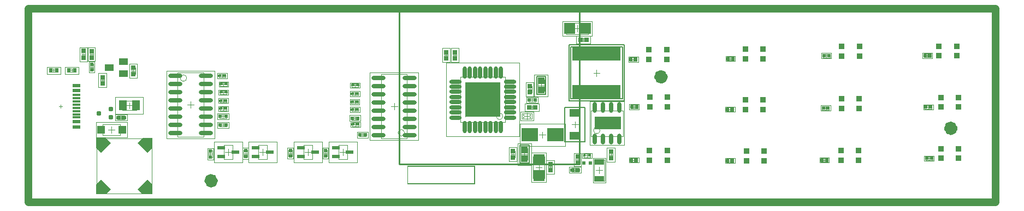
<source format=gtp>
G04*
G04 #@! TF.GenerationSoftware,Altium Limited,CircuitMaker,2.3.0 (2.3.0.3)*
G04*
G04 Layer_Color=7318015*
%FSLAX24Y24*%
%MOIN*%
G70*
G04*
G04 #@! TF.SameCoordinates,AA7B8D70-0D3E-4CF3-8BE1-7DC49EC747D3*
G04*
G04*
G04 #@! TF.FilePolarity,Positive*
G04*
G01*
G75*
%ADD11C,0.0039*%
%ADD13C,0.0100*%
%ADD14C,0.0050*%
%ADD15C,0.0079*%
%ADD16C,0.0059*%
%ADD18C,0.0472*%
%ADD19C,0.0020*%
%ADD20C,0.0433*%
%ADD21R,0.0220X0.0220*%
%ADD22R,0.0283X0.0299*%
%ADD23O,0.0236X0.0669*%
%ADD24R,0.0256X0.0236*%
%ADD25O,0.0236X0.0768*%
%ADD26R,0.0236X0.0276*%
%ADD27R,0.0492X0.0118*%
%ADD28R,0.0197X0.0177*%
%ADD29R,0.0492X0.0610*%
%ADD30R,0.0492X0.0197*%
%ADD31O,0.0768X0.0236*%
%ADD32R,0.0236X0.0276*%
%ADD33R,0.0197X0.0236*%
%ADD34R,0.0236X0.0197*%
%ADD35O,0.0866X0.0236*%
%ADD36R,0.0984X0.0787*%
%ADD37R,0.0394X0.0394*%
%ADD38R,0.0709X0.0650*%
%ADD39R,0.0217X0.0197*%
%ADD40R,0.0256X0.0256*%
%ADD41R,0.0177X0.0177*%
%ADD42R,0.0610X0.0354*%
%ADD43R,0.0374X0.0354*%
%ADD44R,0.0669X0.0512*%
%ADD45R,0.0650X0.0709*%
%ADD46R,0.0299X0.0283*%
%ADD47R,0.2953X0.0866*%
%ADD48P,0.0600X4X270.0*%
%ADD49R,0.0600X0.0600*%
%ADD50P,0.0600X4X360.0*%
%ADD51R,0.0600X0.0600*%
%ADD52C,0.0098*%
G04:AMPARAMS|DCode=53|XSize=23.6mil|YSize=29.5mil|CornerRadius=4.7mil|HoleSize=0mil|Usage=FLASHONLY|Rotation=90.000|XOffset=0mil|YOffset=0mil|HoleType=Round|Shape=RoundedRectangle|*
%AMROUNDEDRECTD53*
21,1,0.0236,0.0201,0,0,90.0*
21,1,0.0142,0.0295,0,0,90.0*
1,1,0.0094,0.0100,0.0071*
1,1,0.0094,0.0100,-0.0071*
1,1,0.0094,-0.0100,-0.0071*
1,1,0.0094,-0.0100,0.0071*
%
%ADD53ROUNDEDRECTD53*%
%ADD54R,0.0500X0.0500*%
%ADD55R,0.0551X0.0394*%
%ADD56R,0.0492X0.0236*%
G36*
X28840Y7335D02*
Y5213D01*
X26722D01*
X26711Y5203D01*
X26700Y5213D01*
Y7335D01*
X28843Y7338D01*
X28840Y7335D01*
D02*
G37*
G36*
X36190Y4471D02*
X34601D01*
Y5228D01*
X36190D01*
Y4471D01*
D02*
G37*
D11*
X4197Y3888D02*
X7544D01*
Y542D02*
Y3888D01*
X4197Y542D02*
X7544D01*
X4197D02*
Y3888D01*
X34911Y4383D02*
G03*
X34911Y4383I-197J0D01*
G01*
X28980Y5249D02*
G03*
X28980Y5249I-197J0D01*
G01*
X22981Y4244D02*
G03*
X22981Y4244I-197J0D01*
G01*
X9686Y7586D02*
G03*
X9686Y7586I-197J0D01*
G01*
X4434Y7248D02*
X4651D01*
X4434Y7661D02*
X4651D01*
X4434Y7248D02*
Y7661D01*
X4651Y7248D02*
Y7661D01*
X36329Y4029D02*
Y5608D01*
X34360Y4029D02*
Y5608D01*
X36329D01*
X34360Y4029D02*
X36329D01*
X19736Y6027D02*
Y6243D01*
X20150Y6027D02*
Y6243D01*
X19736D02*
X20150D01*
X19736Y6027D02*
X20150D01*
X5747Y5628D02*
Y6199D01*
X6613Y5628D02*
Y6199D01*
X5747D02*
X6613D01*
X5747Y5628D02*
X6613D01*
X14065Y2633D02*
Y3499D01*
X14596Y2633D02*
Y3499D01*
X14065D02*
X14596D01*
X14065Y2633D02*
X14596D01*
X27237Y1147D02*
Y2210D01*
X23174D02*
X27237D01*
X23174Y1147D02*
Y2210D01*
Y1147D02*
X27237D01*
X29137Y4894D02*
Y7650D01*
X26381Y4894D02*
Y7650D01*
Y4894D02*
X29137D01*
X26381Y7650D02*
X29137D01*
X1367Y7947D02*
X1780D01*
X1367Y8163D02*
X1780D01*
Y7947D02*
Y8163D01*
X1367Y7947D02*
Y8163D01*
X2469Y8163D02*
X2882D01*
X2469Y7947D02*
X2882D01*
X2469D02*
Y8163D01*
X2882Y7947D02*
Y8163D01*
X19759Y5027D02*
X20172D01*
X19759Y5243D02*
X20172D01*
Y5027D02*
Y5243D01*
X19759Y5027D02*
Y5243D01*
X20219Y4012D02*
X20632D01*
X20219Y4228D02*
X20632D01*
Y4012D02*
Y4228D01*
X20219Y4012D02*
Y4228D01*
X18264Y2781D02*
Y3194D01*
X18047Y2781D02*
Y3194D01*
X18264D01*
X18047Y2781D02*
X18264D01*
X16125Y2794D02*
Y3208D01*
X15908Y2794D02*
Y3208D01*
X16125D01*
X15908Y2794D02*
X16125D01*
X13390Y2772D02*
Y3185D01*
X13173Y2772D02*
Y3185D01*
X13390D01*
X13173Y2772D02*
X13390D01*
X11246Y2739D02*
Y3153D01*
X11029Y2739D02*
Y3153D01*
X11246D01*
X11029Y2739D02*
X11246D01*
X18952Y2630D02*
X19483D01*
X18952Y3496D02*
X19483D01*
Y2630D02*
Y3496D01*
X18952Y2630D02*
Y3496D01*
X16828Y2627D02*
X17359D01*
X16828Y3493D02*
X17359D01*
Y2627D02*
Y3493D01*
X16828Y2627D02*
Y3493D01*
X11963Y2629D02*
X12494D01*
X11963Y3495D02*
X12494D01*
Y2629D02*
Y3495D01*
X11963Y2629D02*
Y3495D01*
X11697Y5353D02*
X12111D01*
X11697Y5137D02*
X12111D01*
X11697D02*
Y5353D01*
X12111Y5137D02*
Y5353D01*
X11702Y4829D02*
X12116D01*
X11702Y4612D02*
X12116D01*
X11702D02*
Y4829D01*
X12116Y4612D02*
Y4829D01*
X21563Y7827D02*
X23138D01*
X21563Y3890D02*
X23138D01*
X21563D02*
Y7827D01*
X23138Y3890D02*
Y7827D01*
X9134Y4004D02*
X10709D01*
X9134Y7941D02*
X10709D01*
Y4004D02*
Y7941D01*
X9134Y4004D02*
Y7941D01*
X29492Y2718D02*
Y3131D01*
X29709Y2718D02*
Y3131D01*
X29492Y2718D02*
X29709D01*
X29492Y3131D02*
X29709D01*
X30104Y3289D02*
X30497D01*
X30104Y2580D02*
X30497D01*
Y3289D01*
X30104Y2580D02*
Y3289D01*
X31767Y2352D02*
X31984D01*
X31767Y1938D02*
X31984D01*
Y2352D01*
X31767Y1938D02*
Y2352D01*
X30821Y1456D02*
Y2794D01*
X31530Y1456D02*
Y2794D01*
X30821Y1456D02*
X31530D01*
X30821Y2794D02*
X31530D01*
X33612Y1857D02*
Y2093D01*
X33179Y1857D02*
Y2093D01*
Y1857D02*
X33612D01*
X33179Y2093D02*
X33612D01*
X36767Y2452D02*
X37200D01*
X36767Y2688D02*
X37200D01*
Y2452D02*
Y2688D01*
X36767Y2452D02*
Y2688D01*
X33437Y2388D02*
X33654D01*
X33437Y2802D02*
X33654D01*
X33437Y2388D02*
Y2802D01*
X33654Y2388D02*
Y2802D01*
X33909Y2737D02*
Y2953D01*
X34322Y2737D02*
Y2953D01*
X33909D02*
X34322D01*
X33909Y2737D02*
X34322D01*
X34545Y1311D02*
X35195D01*
X34545Y2591D02*
X35195D01*
X34545Y1311D02*
Y2591D01*
X35195Y1311D02*
Y2591D01*
X35467Y2687D02*
X35684D01*
X35467Y3101D02*
X35684D01*
X35467Y2687D02*
Y3101D01*
X35684Y2687D02*
Y3101D01*
X32866Y10969D02*
X34205D01*
X32866Y10261D02*
X34205D01*
X32866D02*
Y10969D01*
X34205Y10261D02*
Y10969D01*
X36784Y5712D02*
X37218D01*
X36784Y5948D02*
X37218D01*
Y5712D02*
Y5948D01*
X36784Y5712D02*
Y5948D01*
X36739Y8617D02*
X37172D01*
X36739Y8853D02*
X37172D01*
Y8617D02*
Y8853D01*
X36739Y8617D02*
Y8853D01*
X42654Y8652D02*
X43088D01*
X42654Y8888D02*
X43088D01*
Y8652D02*
Y8888D01*
X42654Y8652D02*
Y8888D01*
X42632Y2426D02*
X43065D01*
X42632Y2662D02*
X43065D01*
Y2426D02*
Y2662D01*
X42632Y2426D02*
Y2662D01*
X42637Y5557D02*
Y5793D01*
X43070Y5557D02*
Y5793D01*
X42637D02*
X43070D01*
X42637Y5557D02*
X43070D01*
X48474Y5642D02*
X48907D01*
X48474Y5878D02*
X48907D01*
Y5642D02*
Y5878D01*
X48474Y5642D02*
Y5878D01*
X48512Y8837D02*
X48945D01*
X48512Y9073D02*
X48945D01*
Y8837D02*
Y9073D01*
X48512Y8837D02*
Y9073D01*
X48389Y2457D02*
X48822D01*
X48389Y2693D02*
X48822D01*
Y2457D02*
Y2693D01*
X48389Y2457D02*
Y2693D01*
X54779Y2567D02*
Y2803D01*
X55212Y2567D02*
Y2803D01*
X54779D02*
X55212D01*
X54779Y2567D02*
X55212D01*
X54737Y5697D02*
Y5933D01*
X55170Y5697D02*
Y5933D01*
X54737D02*
X55170D01*
X54737Y5697D02*
X55170D01*
X54677Y8847D02*
X55110D01*
X54677Y9083D02*
X55110D01*
Y8847D02*
Y9083D01*
X54677Y8847D02*
Y9083D01*
X34106Y9815D02*
Y10032D01*
X33692Y9815D02*
Y10032D01*
Y9815D02*
X34106D01*
X33692Y10032D02*
X34106D01*
X25957Y9192D02*
X26174D01*
X25957Y8778D02*
X26174D01*
Y9192D01*
X25957Y8778D02*
Y9192D01*
X12138Y6605D02*
Y6822D01*
X11725Y6605D02*
Y6822D01*
Y6605D02*
X12138D01*
X11725Y6822D02*
X12138D01*
X12147Y7105D02*
Y7322D01*
X11734Y7105D02*
Y7322D01*
Y7105D02*
X12147D01*
X11734Y7322D02*
X12147D01*
X12125Y5607D02*
Y5823D01*
X11711Y5607D02*
Y5823D01*
Y5607D02*
X12125D01*
X11711Y5823D02*
X12125D01*
X12127Y6094D02*
Y6311D01*
X11714Y6094D02*
Y6311D01*
Y6094D02*
X12127D01*
X11714Y6311D02*
X12127D01*
X12063Y7625D02*
Y7842D01*
X11649Y7625D02*
Y7842D01*
Y7625D02*
X12063D01*
X11649Y7842D02*
X12063D01*
X30759Y5086D02*
Y5417D01*
X30153Y5086D02*
Y5417D01*
Y5086D02*
X30759D01*
X30153Y5417D02*
X30759D01*
X19749Y6517D02*
Y6733D01*
X20162Y6517D02*
Y6733D01*
X19749D02*
X20162D01*
X19749Y6517D02*
X20162D01*
X19747Y5557D02*
Y5773D01*
X20160Y5557D02*
Y5773D01*
X19747D02*
X20160D01*
X19747Y5557D02*
X20160D01*
X5904Y5057D02*
Y5293D01*
X5471Y5057D02*
Y5293D01*
Y5057D02*
X5904D01*
X5471Y5293D02*
X5904D01*
X3777Y8831D02*
X3994D01*
X3777Y9245D02*
X3994D01*
X3777Y8831D02*
Y9245D01*
X3994Y8831D02*
Y9245D01*
X30562Y6361D02*
X30976D01*
X30562Y6144D02*
X30976D01*
X30562D02*
Y6361D01*
X30976Y6144D02*
Y6361D01*
X3778Y8058D02*
Y8472D01*
X3994Y8058D02*
Y8472D01*
X3778Y8058D02*
X3994D01*
X3778Y8472D02*
X3994D01*
X19761Y7040D02*
Y7257D01*
X20174Y7040D02*
Y7257D01*
X19761D02*
X20174D01*
X19761Y7040D02*
X20174D01*
X30747Y6696D02*
Y7109D01*
X30531Y6696D02*
Y7109D01*
X30747D01*
X30531Y6696D02*
X30747D01*
X6542Y7820D02*
Y8233D01*
X6326Y7820D02*
Y8233D01*
X6542D01*
X6326Y7820D02*
X6542D01*
X3287Y8828D02*
X3504D01*
X3287Y9242D02*
X3504D01*
X3287Y8828D02*
Y9242D01*
X3504Y8828D02*
Y9242D01*
X31122Y6784D02*
X31516D01*
X31122Y7492D02*
X31516D01*
X31122Y6784D02*
Y7492D01*
X31516Y6784D02*
Y7492D01*
X19779Y4642D02*
Y4858D01*
X20192Y4642D02*
Y4858D01*
X19779D02*
X20192D01*
X19779Y4642D02*
X20192D01*
X25634Y8779D02*
Y9193D01*
X25417Y8779D02*
Y9193D01*
X25634D01*
X25417Y8779D02*
X25634D01*
X30561Y5694D02*
X30975D01*
X30561Y5911D02*
X30975D01*
Y5694D02*
Y5911D01*
X30561Y5694D02*
Y5911D01*
X4569Y4090D02*
X5632D01*
X4569Y4760D02*
X5632D01*
Y4090D02*
Y4760D01*
X4569Y4090D02*
Y4760D01*
X4542Y7346D02*
Y7563D01*
X4434Y7455D02*
X4651D01*
X35147Y4818D02*
X35541D01*
X35344Y4621D02*
Y5015D01*
X19835Y6135D02*
X20051D01*
X19943Y6027D02*
Y6243D01*
X5983Y5913D02*
X6377D01*
X6180Y5717D02*
Y6110D01*
X14134Y3066D02*
X14528D01*
X14331Y2869D02*
Y3263D01*
X23154Y1127D02*
X27249D01*
Y2229D01*
X23154D02*
X27249D01*
X23154Y1127D02*
Y2229D01*
X27562Y6272D02*
X27956D01*
X27759Y6075D02*
Y6469D01*
X1573Y7947D02*
Y8163D01*
X1465Y8055D02*
X1681D01*
X2676Y7947D02*
Y8163D01*
X2567Y8055D02*
X2784D01*
X19965Y5027D02*
Y5243D01*
X19857Y5135D02*
X20074D01*
X20426Y4012D02*
Y4228D01*
X20317Y4120D02*
X20534D01*
X18047Y2987D02*
X18264D01*
X18155Y2879D02*
Y3095D01*
X15908Y3001D02*
X16125D01*
X16017Y2893D02*
Y3109D01*
X13173Y2978D02*
X13390D01*
X13281Y2870D02*
Y3087D01*
X11029Y2946D02*
X11246D01*
X11138Y2838D02*
Y3054D01*
X19218Y2866D02*
Y3260D01*
X19021Y3063D02*
X19414D01*
X17093Y2863D02*
Y3257D01*
X16897Y3060D02*
X17290D01*
X12228Y2865D02*
Y3259D01*
X12032Y3062D02*
X12425D01*
X11904Y5137D02*
Y5353D01*
X11796Y5245D02*
X12012D01*
X11909Y4612D02*
Y4829D01*
X11801Y4720D02*
X12017D01*
X22351Y5661D02*
Y6055D01*
X22154Y5858D02*
X22548D01*
X20874Y7925D02*
X23827D01*
X20874Y3791D02*
X23827D01*
X20874D02*
Y7925D01*
X23827Y3791D02*
Y7925D01*
X9922Y5775D02*
Y6169D01*
X9725Y5972D02*
X10119D01*
X8445Y3905D02*
X11398D01*
X8445Y8039D02*
X11398D01*
Y3905D02*
Y8039D01*
X8445Y3905D02*
Y8039D01*
X29492Y2925D02*
X29709D01*
X29600Y2816D02*
Y3033D01*
X30300Y2738D02*
Y3131D01*
X30104Y2935D02*
X30497D01*
X31876Y2037D02*
Y2253D01*
X31767Y2145D02*
X31984D01*
X30979Y2125D02*
X31373D01*
X31176Y1928D02*
Y2322D01*
X33278Y1975D02*
X33514D01*
X33396Y1857D02*
Y2093D01*
X36983Y2452D02*
Y2688D01*
X36865Y2570D02*
X37101D01*
X33546Y2487D02*
Y2703D01*
X33437Y2595D02*
X33654D01*
X34007Y2845D02*
X34224D01*
X34116Y2737D02*
Y2953D01*
X34870Y1754D02*
Y2148D01*
X34673Y1951D02*
X35067D01*
X35576Y2786D02*
Y3002D01*
X35467Y2894D02*
X35684D01*
X33189Y4745D02*
X33583D01*
X33386Y4548D02*
Y4942D01*
X33536Y10418D02*
Y10812D01*
X33339Y10615D02*
X33733D01*
X37001Y5712D02*
Y5948D01*
X36883Y5830D02*
X37119D01*
X36956Y8617D02*
Y8853D01*
X36838Y8735D02*
X37074D01*
X42871Y8652D02*
Y8888D01*
X42753Y8770D02*
X42989D01*
X42849Y2426D02*
Y2662D01*
X42731Y2544D02*
X42967D01*
X42735Y5675D02*
X42972D01*
X42853Y5557D02*
Y5793D01*
X48690Y5642D02*
Y5878D01*
X48572Y5760D02*
X48809D01*
X48728Y8837D02*
Y9073D01*
X48610Y8955D02*
X48846D01*
X48606Y2457D02*
Y2693D01*
X48488Y2575D02*
X48724D01*
X54878Y2685D02*
X55114D01*
X54996Y2567D02*
Y2803D01*
X54835Y5815D02*
X55072D01*
X54953Y5697D02*
Y5933D01*
X54893Y8847D02*
Y9083D01*
X54775Y8965D02*
X55012D01*
X33791Y9923D02*
X34007D01*
X33899Y9815D02*
Y10032D01*
X34509Y7905D02*
X34903D01*
X34706Y7708D02*
Y8102D01*
X26066Y8877D02*
Y9093D01*
X25957Y8985D02*
X26174D01*
X11823Y6713D02*
X12040D01*
X11932Y6605D02*
Y6822D01*
X11832Y7213D02*
X12049D01*
X11940Y7105D02*
Y7322D01*
X11810Y5715D02*
X12026D01*
X11918Y5607D02*
Y5823D01*
X11812Y6203D02*
X12029D01*
X11921Y6094D02*
Y6311D01*
X11748Y7734D02*
X11964D01*
X11856Y7625D02*
Y7842D01*
X30259Y5252D02*
X30653D01*
X30456Y5055D02*
Y5448D01*
X19847Y6625D02*
X20063D01*
X19955Y6517D02*
Y6733D01*
X19845Y5665D02*
X20062D01*
X19953Y5557D02*
Y5773D01*
X5570Y5175D02*
X5806D01*
X5688Y5057D02*
Y5293D01*
X3886Y8930D02*
Y9146D01*
X3777Y9038D02*
X3994D01*
X30769Y6144D02*
Y6361D01*
X30661Y6252D02*
X30877D01*
X3778Y8265D02*
X3994D01*
X3886Y8157D02*
Y8373D01*
X19859Y7149D02*
X20076D01*
X19968Y7040D02*
Y7257D01*
X30531Y6902D02*
X30747D01*
X30639Y6794D02*
Y7011D01*
X6326Y8027D02*
X6542D01*
X6434Y7918D02*
Y8135D01*
X3396Y8927D02*
Y9143D01*
X3287Y9035D02*
X3504D01*
X31319Y6941D02*
Y7335D01*
X31122Y7138D02*
X31516D01*
X19877Y4750D02*
X20094D01*
X19985Y4642D02*
Y4858D01*
X25417Y8986D02*
X25634D01*
X25526Y8878D02*
Y9094D01*
X30768Y5694D02*
Y5911D01*
X30660Y5802D02*
X30876D01*
X5100Y4228D02*
Y4622D01*
X4904Y4425D02*
X5297D01*
D13*
X22646Y2329D02*
X33669D01*
X22646D02*
Y11778D01*
X33669Y2329D02*
Y11778D01*
X22646D02*
X33669D01*
D14*
X33131Y6330D02*
Y9480D01*
X36281Y6330D02*
Y9480D01*
X33131Y6330D02*
X36281D01*
X33131Y9480D02*
X36281D01*
X33033Y6192D02*
X36379D01*
X33033Y9618D02*
X36379D01*
X33033Y6192D02*
Y9618D01*
X36379Y6192D02*
Y9618D01*
D15*
X32772Y3695D02*
X34000D01*
Y5795D01*
X32772D02*
X34000D01*
X32772Y3695D02*
Y5795D01*
D16*
X30576Y2385D02*
Y3485D01*
X30025Y2385D02*
X30576D01*
X30025D02*
Y3485D01*
X30576D01*
X31044Y6588D02*
Y7688D01*
X31595D01*
Y6588D02*
Y7688D01*
X31044Y6588D02*
X31595D01*
D18*
X59066Y5D02*
Y11825D01*
X16Y5D02*
X59066D01*
X16Y11825D02*
X59066D01*
X16Y5D02*
Y11825D01*
D19*
X4306Y7022D02*
X4779D01*
X4306Y7888D02*
X4779D01*
X4306Y7022D02*
Y7888D01*
X4779Y7022D02*
Y7888D01*
X36388Y3480D02*
Y6157D01*
X34301Y3480D02*
Y6157D01*
X36388D01*
X34301Y3480D02*
X36388D01*
X19648Y5977D02*
Y6292D01*
X20238Y5977D02*
Y6292D01*
X19648D02*
X20238D01*
X19648Y5977D02*
X20238D01*
X5334Y5402D02*
Y6425D01*
X7027Y5402D02*
Y6425D01*
X5334D02*
X7027D01*
X5334Y5402D02*
X7027D01*
X13465Y2436D02*
Y3696D01*
X15197Y2436D02*
Y3696D01*
X13465D02*
X15197D01*
X13465Y2436D02*
X15197D01*
X30003Y4028D02*
Y8516D01*
X25515Y4028D02*
Y8516D01*
Y4028D02*
X30003D01*
X25515Y8516D02*
X30003D01*
X1160Y7838D02*
X1987D01*
X1160Y8271D02*
X1987D01*
Y7838D02*
Y8271D01*
X1160Y7838D02*
Y8271D01*
X2262Y8271D02*
X3089D01*
X2262Y7838D02*
X3089D01*
X2262D02*
Y8271D01*
X3089Y7838D02*
Y8271D01*
X19623Y4958D02*
X20307D01*
X19623Y5312D02*
X20307D01*
Y4958D02*
Y5312D01*
X19623Y4958D02*
Y5312D01*
X20084Y3943D02*
X20768D01*
X20084Y4297D02*
X20768D01*
Y3943D02*
Y4297D01*
X20084Y3943D02*
Y4297D01*
X18333Y2645D02*
Y3329D01*
X17978Y2645D02*
Y3329D01*
X18333D01*
X17978Y2645D02*
X18333D01*
X16194Y2659D02*
Y3343D01*
X15840Y2659D02*
Y3343D01*
X16194D01*
X15840Y2659D02*
X16194D01*
X13459Y2637D02*
Y3320D01*
X13104Y2637D02*
Y3320D01*
X13459D01*
X13104Y2637D02*
X13459D01*
X11315Y2604D02*
Y3288D01*
X10961Y2604D02*
Y3288D01*
X11315D01*
X10961Y2604D02*
X11315D01*
X18351Y2433D02*
X20084D01*
X18351Y3693D02*
X20084D01*
Y2433D02*
Y3693D01*
X18351Y2433D02*
Y3693D01*
X16227Y2430D02*
X17960D01*
X16227Y3690D02*
X17960D01*
Y2430D02*
Y3690D01*
X16227Y2430D02*
Y3690D01*
X11362Y2432D02*
X13094D01*
X11362Y3692D02*
X13094D01*
Y2432D02*
Y3692D01*
X11362Y2432D02*
Y3692D01*
X11562Y5422D02*
X12246D01*
X11562Y5068D02*
X12246D01*
X11562D02*
Y5422D01*
X12246Y5068D02*
Y5422D01*
X11567Y4897D02*
X12251D01*
X11567Y4543D02*
X12251D01*
X11567D02*
Y4897D01*
X12251Y4543D02*
Y4897D01*
X31201Y4113D02*
X31595D01*
X31398Y3916D02*
Y4310D01*
X32776Y3444D02*
Y4782D01*
X30020D02*
X32776D01*
X30020Y3444D02*
Y4782D01*
Y3444D02*
X32776D01*
X29364Y2492D02*
Y3358D01*
X29837Y2492D02*
Y3358D01*
X29364Y2492D02*
X29837D01*
X29364Y3358D02*
X29837D01*
X29887Y3604D02*
X30714D01*
X29887Y2265D02*
X30714D01*
Y3604D01*
X29887Y2265D02*
Y3604D01*
X31640Y2578D02*
X32112D01*
X31640Y1712D02*
X32112D01*
Y2578D01*
X31640Y1712D02*
Y2578D01*
X30723Y1219D02*
Y3030D01*
X31628Y1219D02*
Y3030D01*
X30723Y1219D02*
X31628D01*
X30723Y3030D02*
X31628D01*
X33750Y1798D02*
Y2152D01*
X33041Y1798D02*
Y2152D01*
Y1798D02*
X33750D01*
X33041Y2152D02*
X33750D01*
X36688Y2412D02*
X37279D01*
X36688Y2727D02*
X37279D01*
Y2412D02*
Y2727D01*
X36688Y2412D02*
Y2727D01*
X33329Y2182D02*
X33762D01*
X33329Y3008D02*
X33762D01*
X33329Y2182D02*
Y3008D01*
X33762Y2182D02*
Y3008D01*
X33820Y2687D02*
Y3002D01*
X34411Y2687D02*
Y3002D01*
X33820D02*
X34411D01*
X33820Y2687D02*
X34411D01*
X34496Y1203D02*
X35244D01*
X34496Y2699D02*
X35244D01*
X34496Y1203D02*
Y2699D01*
X35244Y1203D02*
Y2699D01*
X35340Y2461D02*
X35812D01*
X35340Y3327D02*
X35812D01*
X35340Y2461D02*
Y3327D01*
X35812Y2461D02*
Y3327D01*
X32630Y11068D02*
X34441D01*
X32630Y10162D02*
X34441D01*
X32630D02*
Y11068D01*
X34441Y10162D02*
Y11068D01*
X36706Y5672D02*
X37296D01*
X36706Y5987D02*
X37296D01*
Y5672D02*
Y5987D01*
X36706Y5672D02*
Y5987D01*
X36660Y8577D02*
X37251D01*
X36660Y8892D02*
X37251D01*
Y8577D02*
Y8892D01*
X36660Y8577D02*
Y8892D01*
X42576Y8612D02*
X43166D01*
X42576Y8927D02*
X43166D01*
Y8612D02*
Y8927D01*
X42576Y8612D02*
Y8927D01*
X42553Y2387D02*
X43144D01*
X42553Y2702D02*
X43144D01*
Y2387D02*
Y2702D01*
X42553Y2387D02*
Y2702D01*
X42558Y5517D02*
Y5832D01*
X43149Y5517D02*
Y5832D01*
X42558D02*
X43149D01*
X42558Y5517D02*
X43149D01*
X48395Y5602D02*
X48986D01*
X48395Y5917D02*
X48986D01*
Y5602D02*
Y5917D01*
X48395Y5602D02*
Y5917D01*
X48433Y8797D02*
X49023D01*
X48433Y9112D02*
X49023D01*
Y8797D02*
Y9112D01*
X48433Y8797D02*
Y9112D01*
X48310Y2417D02*
X48901D01*
X48310Y2732D02*
X48901D01*
Y2417D02*
Y2732D01*
X48310Y2417D02*
Y2732D01*
X54700Y2527D02*
Y2842D01*
X55291Y2527D02*
Y2842D01*
X54700D02*
X55291D01*
X54700Y2527D02*
X55291D01*
X54658Y5657D02*
Y5972D01*
X55249Y5657D02*
Y5972D01*
X54658D02*
X55249D01*
X54658Y5657D02*
X55249D01*
X54598Y8807D02*
X55189D01*
X54598Y9122D02*
X55189D01*
Y8807D02*
Y9122D01*
X54598Y8807D02*
Y9122D01*
X34332Y9687D02*
Y10160D01*
X33466Y9687D02*
Y10160D01*
Y9687D02*
X34332D01*
X33466Y10160D02*
X34332D01*
X25830Y9418D02*
X26302D01*
X25830Y8552D02*
X26302D01*
Y9418D01*
X25830Y8552D02*
Y9418D01*
X12227Y6556D02*
Y6871D01*
X11636Y6556D02*
Y6871D01*
Y6556D02*
X12227D01*
X11636Y6871D02*
X12227D01*
X12236Y7056D02*
Y7371D01*
X11645Y7056D02*
Y7371D01*
Y7056D02*
X12236D01*
X11645Y7371D02*
X12236D01*
X12213Y5557D02*
Y5872D01*
X11623Y5557D02*
Y5872D01*
Y5557D02*
X12213D01*
X11623Y5872D02*
X12213D01*
X12216Y6045D02*
Y6360D01*
X11625Y6045D02*
Y6360D01*
Y6045D02*
X12216D01*
X11625Y6360D02*
X12216D01*
X12151Y7576D02*
Y7891D01*
X11561Y7576D02*
Y7891D01*
Y7576D02*
X12151D01*
X11561Y7891D02*
X12151D01*
X30860Y4986D02*
Y5517D01*
X30052Y4986D02*
Y5517D01*
Y4986D02*
X30860D01*
X30052Y5517D02*
X30860D01*
X19660Y6467D02*
Y6782D01*
X20250Y6467D02*
Y6782D01*
X19660D02*
X20250D01*
X19660Y6467D02*
X20250D01*
X19658Y5507D02*
Y5822D01*
X20249Y5507D02*
Y5822D01*
X19658D02*
X20249D01*
X19658Y5507D02*
X20249D01*
X6042Y4998D02*
Y5352D01*
X5333Y4998D02*
Y5352D01*
Y4998D02*
X6042D01*
X5333Y5352D02*
X6042D01*
X3669Y8625D02*
X4102D01*
X3669Y9451D02*
X4102D01*
X3669Y8625D02*
Y9451D01*
X4102Y8625D02*
Y9451D01*
X30427Y6429D02*
X31111D01*
X30427Y6075D02*
X31111D01*
X30427D02*
Y6429D01*
X31111Y6075D02*
Y6429D01*
X3709Y7923D02*
Y8607D01*
X4063Y7923D02*
Y8607D01*
X3709Y7923D02*
X4063D01*
X3709Y8607D02*
X4063D01*
X19672Y6991D02*
Y7306D01*
X20263Y6991D02*
Y7306D01*
X19672D02*
X20263D01*
X19672Y6991D02*
X20263D01*
X30875Y6469D02*
Y7335D01*
X30403Y6469D02*
Y7335D01*
X30875D01*
X30403Y6469D02*
X30875D01*
X6670Y7594D02*
Y8460D01*
X6198Y7594D02*
Y8460D01*
X6670D01*
X6198Y7594D02*
X6670D01*
X3160Y8602D02*
X3632D01*
X3160Y9468D02*
X3632D01*
X3160Y8602D02*
Y9468D01*
X3632Y8602D02*
Y9468D01*
X30906Y6469D02*
X31733D01*
X30906Y7807D02*
X31733D01*
X30906Y6469D02*
Y7807D01*
X31733Y6469D02*
Y7807D01*
X19690Y4593D02*
Y4907D01*
X20281Y4593D02*
Y4907D01*
X19690D02*
X20281D01*
X19690Y4593D02*
X20281D01*
X25762Y8553D02*
Y9419D01*
X25290Y8553D02*
Y9419D01*
X25762D01*
X25290Y8553D02*
X25762D01*
X30335Y5566D02*
X31201D01*
X30335Y6039D02*
X31201D01*
Y5566D02*
Y6039D01*
X30335Y5566D02*
Y6039D01*
X4156Y3952D02*
X6045D01*
X4156Y4897D02*
X6045D01*
Y3952D02*
Y4897D01*
X4156Y3952D02*
Y4897D01*
X1902Y5868D02*
X2099D01*
X2001Y5769D02*
Y5966D01*
D20*
X56523Y4517D02*
G03*
X56523Y4517I-197J0D01*
G01*
X38830Y7661D02*
G03*
X38830Y7661I-197J0D01*
G01*
X11374Y1309D02*
G03*
X11374Y1309I-197J0D01*
G01*
D21*
X34316Y2385D02*
D03*
X33916D02*
D03*
D22*
X4542Y7266D02*
D03*
Y7644D02*
D03*
X29600Y2736D02*
D03*
Y3114D02*
D03*
X31876Y2334D02*
D03*
Y1956D02*
D03*
X35576Y2705D02*
D03*
Y3083D02*
D03*
X26066Y9174D02*
D03*
Y8796D02*
D03*
X30639Y7091D02*
D03*
Y6713D02*
D03*
X6434Y8216D02*
D03*
Y7838D02*
D03*
X3396Y8815D02*
D03*
Y9255D02*
D03*
X25526Y9175D02*
D03*
Y8797D02*
D03*
D23*
X36094Y5783D02*
D03*
X35594D02*
D03*
X35094D02*
D03*
X34594D02*
D03*
X36094Y3854D02*
D03*
X35594D02*
D03*
X35094D02*
D03*
X34594D02*
D03*
D24*
X33228Y1975D02*
D03*
X33563D02*
D03*
X5855Y5175D02*
D03*
X5520D02*
D03*
D25*
X27602Y4609D02*
D03*
X28861Y7936D02*
D03*
X28547D02*
D03*
X28232D02*
D03*
X27917D02*
D03*
X27602D02*
D03*
X27287D02*
D03*
X26972D02*
D03*
X26657D02*
D03*
Y4609D02*
D03*
X26972D02*
D03*
X27287D02*
D03*
X27917D02*
D03*
X28232D02*
D03*
X28547D02*
D03*
X28861D02*
D03*
D26*
X2479Y8055D02*
D03*
X1770D02*
D03*
D27*
X2966Y6360D02*
D03*
Y6163D02*
D03*
Y6557D02*
D03*
Y5179D02*
D03*
Y5572D02*
D03*
Y5376D02*
D03*
Y5769D02*
D03*
Y5966D02*
D03*
D28*
X19795Y6135D02*
D03*
X20091D02*
D03*
X12079Y6713D02*
D03*
X11784D02*
D03*
X12088Y7213D02*
D03*
X11793D02*
D03*
X12066Y5715D02*
D03*
X11770D02*
D03*
X12068Y6203D02*
D03*
X11773D02*
D03*
X12003Y7734D02*
D03*
X11708D02*
D03*
X19808Y6625D02*
D03*
X20103D02*
D03*
X19806Y5665D02*
D03*
X20101D02*
D03*
X19820Y7149D02*
D03*
X20115D02*
D03*
X19838Y4750D02*
D03*
X20133D02*
D03*
D29*
X5777Y5913D02*
D03*
X6584D02*
D03*
D30*
X13907Y3322D02*
D03*
Y2810D02*
D03*
X14754Y3066D02*
D03*
X19641Y3063D02*
D03*
X18794Y2807D02*
D03*
Y3319D02*
D03*
X17517Y3060D02*
D03*
X16670Y2804D02*
D03*
Y3316D02*
D03*
X12652Y3062D02*
D03*
X11805Y2806D02*
D03*
Y3318D02*
D03*
D31*
X29423Y5170D02*
D03*
Y5485D02*
D03*
Y5800D02*
D03*
Y6115D02*
D03*
Y6430D02*
D03*
Y6745D02*
D03*
Y7060D02*
D03*
Y7375D02*
D03*
X26096D02*
D03*
Y7060D02*
D03*
Y6745D02*
D03*
Y6430D02*
D03*
Y6115D02*
D03*
Y5800D02*
D03*
Y5485D02*
D03*
Y5170D02*
D03*
D32*
X1376Y8055D02*
D03*
X2873D02*
D03*
D33*
X19790Y5135D02*
D03*
X20140D02*
D03*
X20250Y4120D02*
D03*
X20601D02*
D03*
X12079Y5245D02*
D03*
X11729D02*
D03*
X12084Y4720D02*
D03*
X11734D02*
D03*
X30944Y6252D02*
D03*
X30594D02*
D03*
D34*
X18156Y2812D02*
D03*
Y3162D02*
D03*
X16017Y2826D02*
D03*
Y3176D02*
D03*
X13282Y2803D02*
D03*
Y3154D02*
D03*
X11138Y2771D02*
D03*
Y3121D02*
D03*
X3886Y8440D02*
D03*
Y8090D02*
D03*
D35*
X21406Y7608D02*
D03*
Y7108D02*
D03*
Y6608D02*
D03*
Y6108D02*
D03*
Y5608D02*
D03*
Y5108D02*
D03*
Y4608D02*
D03*
Y4108D02*
D03*
X23296Y7608D02*
D03*
Y7108D02*
D03*
Y6608D02*
D03*
Y6108D02*
D03*
Y5608D02*
D03*
Y5108D02*
D03*
Y4608D02*
D03*
Y4108D02*
D03*
X10867Y4222D02*
D03*
Y4722D02*
D03*
Y5222D02*
D03*
Y5722D02*
D03*
Y6222D02*
D03*
Y6722D02*
D03*
Y7222D02*
D03*
Y7722D02*
D03*
X8977Y4222D02*
D03*
Y4722D02*
D03*
Y5222D02*
D03*
Y5722D02*
D03*
Y6222D02*
D03*
Y6722D02*
D03*
Y7222D02*
D03*
Y7722D02*
D03*
D36*
X30611Y4113D02*
D03*
X32186D02*
D03*
D37*
X30300Y3210D02*
D03*
Y2659D02*
D03*
X31319Y6862D02*
D03*
Y7413D02*
D03*
D38*
X31176Y1643D02*
D03*
Y2607D02*
D03*
D39*
X37131Y2570D02*
D03*
X36836D02*
D03*
X37149Y5830D02*
D03*
X36853D02*
D03*
X37103Y8735D02*
D03*
X36808D02*
D03*
X43019Y8770D02*
D03*
X42723D02*
D03*
X42996Y2544D02*
D03*
X42701D02*
D03*
X42706Y5675D02*
D03*
X43001D02*
D03*
X48838Y5760D02*
D03*
X48543D02*
D03*
X48876Y8955D02*
D03*
X48580D02*
D03*
X48753Y2575D02*
D03*
X48458D02*
D03*
X54848Y2685D02*
D03*
X55143D02*
D03*
X54806Y5815D02*
D03*
X55101D02*
D03*
X55041Y8965D02*
D03*
X54746D02*
D03*
D40*
X33546Y2398D02*
D03*
Y2792D02*
D03*
X3886Y8841D02*
D03*
Y9235D02*
D03*
D41*
X33958Y2845D02*
D03*
X34273D02*
D03*
D42*
X34870Y1429D02*
D03*
Y2472D02*
D03*
D43*
X37934Y3160D02*
D03*
X39017D02*
D03*
X37934Y2570D02*
D03*
X39017D02*
D03*
X38987Y9330D02*
D03*
X37904D02*
D03*
Y8740D02*
D03*
X38987D02*
D03*
X44928Y3135D02*
D03*
X43846D02*
D03*
Y2544D02*
D03*
X44928D02*
D03*
X44867Y5670D02*
D03*
X43784D02*
D03*
X44867Y6260D02*
D03*
X43784D02*
D03*
X44867Y9360D02*
D03*
X43784D02*
D03*
Y8770D02*
D03*
X44867D02*
D03*
X39037Y6420D02*
D03*
Y5830D02*
D03*
X37954D02*
D03*
Y6420D02*
D03*
X55594Y9540D02*
D03*
X56677D02*
D03*
X55594Y8950D02*
D03*
X56677D02*
D03*
X50708Y3155D02*
D03*
X49626D02*
D03*
Y2564D02*
D03*
X50708D02*
D03*
X56797Y3270D02*
D03*
X55714D02*
D03*
Y2680D02*
D03*
X56797D02*
D03*
X50727Y6320D02*
D03*
Y5730D02*
D03*
X49644D02*
D03*
Y6320D02*
D03*
X50747Y9520D02*
D03*
X49664D02*
D03*
Y8930D02*
D03*
X50747D02*
D03*
X56797Y6410D02*
D03*
Y5820D02*
D03*
X55714D02*
D03*
Y6410D02*
D03*
D44*
X33386Y5445D02*
D03*
Y4045D02*
D03*
D45*
X33053Y10615D02*
D03*
X34018D02*
D03*
D46*
X34088Y9923D02*
D03*
X33710D02*
D03*
X30957Y5802D02*
D03*
X30579D02*
D03*
D47*
X34706Y6724D02*
D03*
Y9086D02*
D03*
D48*
X4758Y803D02*
D03*
X4459Y1103D02*
D03*
X6982Y3627D02*
D03*
X7282Y3327D02*
D03*
D49*
X4459Y803D02*
D03*
X7282Y3627D02*
D03*
D50*
Y1103D02*
D03*
X6982Y803D02*
D03*
X4459Y3327D02*
D03*
X4758Y3627D02*
D03*
D51*
X7282Y803D02*
D03*
X4459Y3627D02*
D03*
D52*
X30653Y5171D02*
D03*
X30259D02*
D03*
X30653Y5332D02*
D03*
X30259D02*
D03*
D53*
X4336Y5435D02*
D03*
X5065Y5691D02*
D03*
Y5179D02*
D03*
D54*
X5750Y4425D02*
D03*
X4450D02*
D03*
D55*
X5815Y7850D02*
D03*
Y8598D02*
D03*
X4949Y8224D02*
D03*
D56*
X2966Y6813D02*
D03*
Y4923D02*
D03*
Y4608D02*
D03*
Y7128D02*
D03*
M02*

</source>
